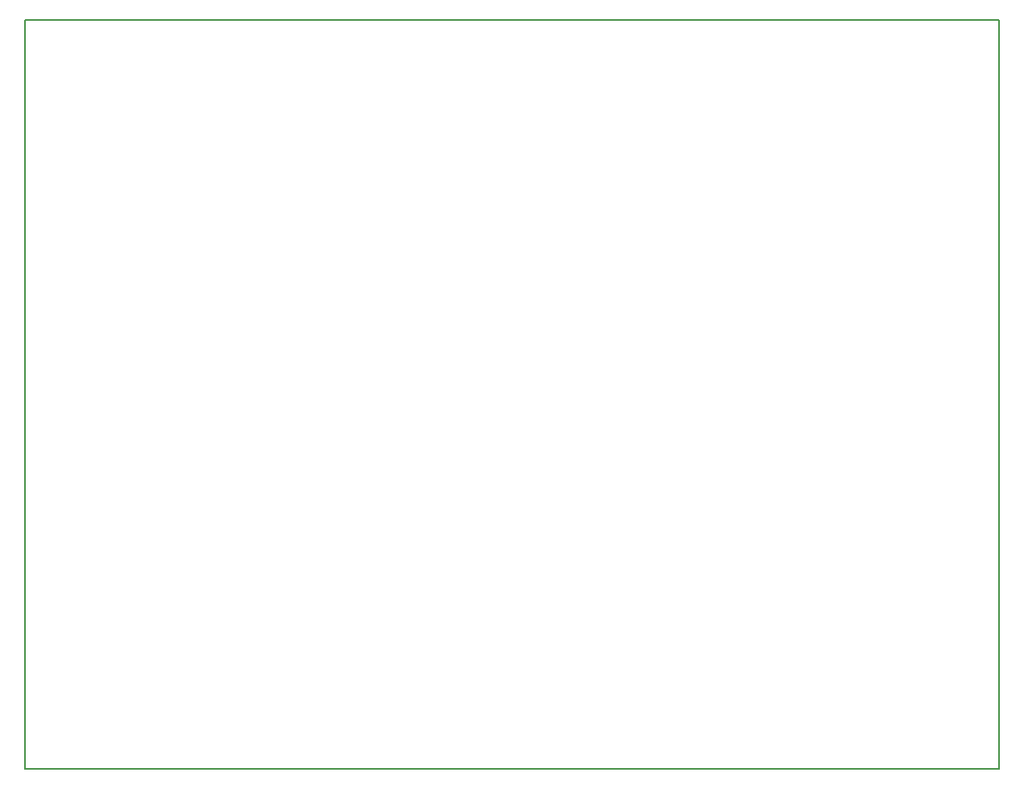
<source format=gbr>
G04 #@! TF.FileFunction,Profile,NP*
%FSLAX46Y46*%
G04 Gerber Fmt 4.6, Leading zero omitted, Abs format (unit mm)*
G04 Created by KiCad (PCBNEW 4.0.5+dfsg1-4) date Sun May 13 10:15:53 2018*
%MOMM*%
%LPD*%
G01*
G04 APERTURE LIST*
%ADD10C,0.100000*%
%ADD11C,0.150000*%
G04 APERTURE END LIST*
D10*
D11*
X167640000Y-86360000D02*
X167640000Y-162560000D01*
X68580000Y-86360000D02*
X68580000Y-162560000D01*
X167640000Y-162560000D02*
X68580000Y-162560000D01*
X68580000Y-86360000D02*
X167640000Y-86360000D01*
M02*

</source>
